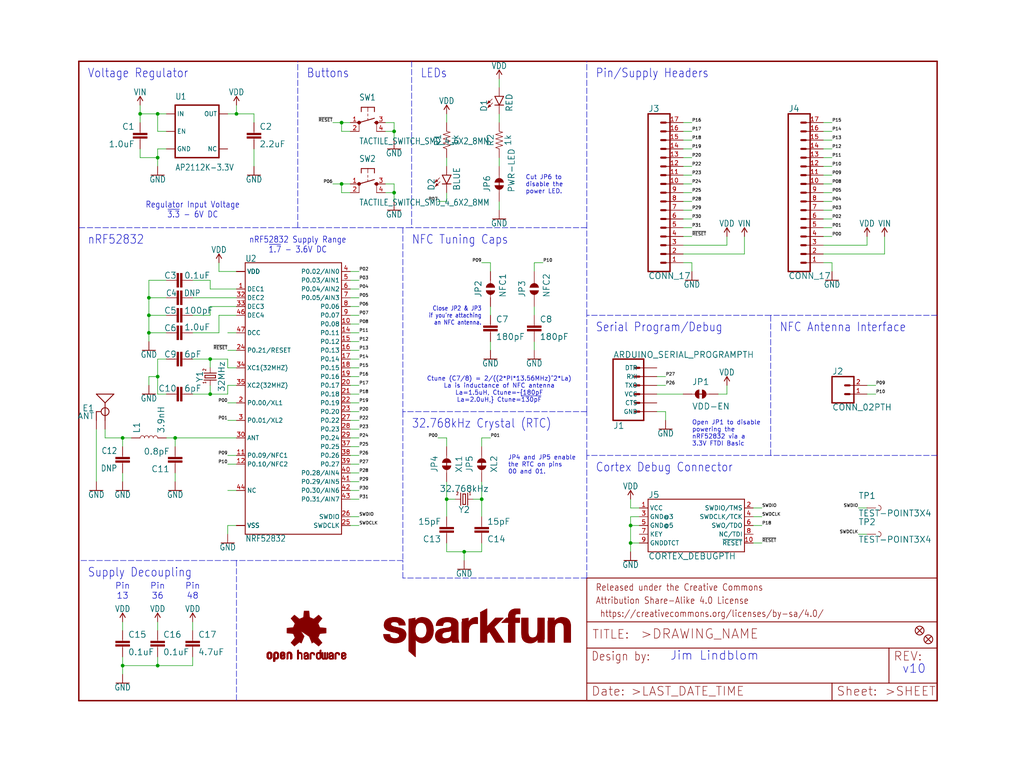
<source format=kicad_sch>
(kicad_sch (version 20211123) (generator eeschema)
  (paper "User" 297.002 224.434)
  (lib_symbols
    (symbol "eagleSchem-eagle-import:0.1UF-0402-16V-10%"
      (property "Reference" "C" (at 1.524 2.921 0))
      (property "Value" "0.1UF-0402-16V-10%" (at 1.524 -2.159 0))
      (symbol "0.1UF-0402-16V-10%_1_0"
        (pin passive line (at 0 5.08 270) (length 2.54) (name "1") (number "1"))
        (pin passive line (at 0 -2.54 90) (length 2.54) (name "2") (number "2"))
      )
    )
    (symbol "eagleSchem-eagle-import:0.8PF-0402-50V-0.1PF"
      (property "Reference" "C" (at 1.524 2.921 0))
      (property "Value" "0.8PF-0402-50V-0.1PF" (at 1.524 -2.159 0))
      (symbol "0.8PF-0402-50V-0.1PF_1_0"
        (pin passive line (at 0 5.08 270) (length 2.54) (name "1") (number "1"))
        (pin passive line (at 0 -2.54 90) (length 2.54) (name "2") (number "2"))
      )
    )
    (symbol "eagleSchem-eagle-import:1.0UF-0402-16V-10%"
      (property "Reference" "C" (at 1.524 2.921 0))
      (property "Value" "1.0UF-0402-16V-10%" (at 1.524 -2.159 0))
      (symbol "1.0UF-0402-16V-10%_1_0"
        (pin passive line (at 0 5.08 270) (length 2.54) (name "1") (number "1"))
        (pin passive line (at 0 -2.54 90) (length 2.54) (name "2") (number "2"))
      )
    )
    (symbol "eagleSchem-eagle-import:1.0UF-0603-16V-10%"
      (property "Reference" "C" (at 1.524 2.921 0))
      (property "Value" "1.0UF-0603-16V-10%" (at 1.524 -2.159 0))
      (symbol "1.0UF-0603-16V-10%_1_0"
        (pin passive line (at 0 5.08 270) (length 2.54) (name "1") (number "1"))
        (pin passive line (at 0 -2.54 90) (length 2.54) (name "2") (number "2"))
      )
    )
    (symbol "eagleSchem-eagle-import:100PF-0402-50V-5%"
      (property "Reference" "C" (at 1.524 2.921 0))
      (property "Value" "100PF-0402-50V-5%" (at 1.524 -2.159 0))
      (symbol "100PF-0402-50V-5%_1_0"
        (pin passive line (at 0 5.08 270) (length 2.54) (name "1") (number "1"))
        (pin passive line (at 0 -2.54 90) (length 2.54) (name "2") (number "2"))
      )
    )
    (symbol "eagleSchem-eagle-import:15PF-0402-50V-5%"
      (property "Reference" "C" (at 1.524 2.921 0))
      (property "Value" "15PF-0402-50V-5%" (at 1.524 -2.159 0))
      (symbol "15PF-0402-50V-5%_1_0"
        (pin passive line (at 0 5.08 270) (length 2.54) (name "1") (number "1"))
        (pin passive line (at 0 -2.54 90) (length 2.54) (name "2") (number "2"))
      )
    )
    (symbol "eagleSchem-eagle-import:180PF-0603-50V-5%"
      (property "Reference" "C" (at 1.524 2.921 0))
      (property "Value" "180PF-0603-50V-5%" (at 1.524 -2.159 0))
      (symbol "180PF-0603-50V-5%_1_0"
        (pin passive line (at 0 5.08 270) (length 2.54) (name "1") (number "1"))
        (pin passive line (at 0 -2.54 90) (length 2.54) (name "2") (number "2"))
      )
    )
    (symbol "eagleSchem-eagle-import:1KOHM-0603-1{slash}10W-1%"
      (property "Reference" "R" (at 0 1.524 0))
      (property "Value" "1KOHM-0603-1{slash}10W-1%" (at 0 -1.524 0))
      (symbol "1KOHM-0603-1{slash}10W-1%_1_0"
        (pin passive line (at -5.08 0 0) (length 2.54) (name "1") (number "1"))
        (pin passive line (at 5.08 0 180) (length 2.54) (name "2") (number "2"))
      )
    )
    (symbol "eagleSchem-eagle-import:2.2UF-0603-10V-20%"
      (property "Reference" "C" (at 1.524 2.921 0))
      (property "Value" "2.2UF-0603-10V-20%" (at 1.524 -2.159 0))
      (symbol "2.2UF-0603-10V-20%_1_0"
        (pin passive line (at 0 5.08 270) (length 2.54) (name "1") (number "1"))
        (pin passive line (at 0 -2.54 90) (length 2.54) (name "2") (number "2"))
      )
    )
    (symbol "eagleSchem-eagle-import:4.7UF0603"
      (property "Reference" "C" (at 1.524 2.921 0))
      (property "Value" "4.7UF0603" (at 1.524 -2.159 0))
      (symbol "4.7UF0603_1_0"
        (pin passive line (at 0 5.08 270) (length 2.54) (name "1") (number "1"))
        (pin passive line (at 0 -2.54 90) (length 2.54) (name "2") (number "2"))
      )
    )
    (symbol "eagleSchem-eagle-import:6PF-0402-50V-0.5%"
      (property "Reference" "C" (at 1.524 2.921 0))
      (property "Value" "6PF-0402-50V-0.5%" (at 1.524 -2.159 0))
      (symbol "6PF-0402-50V-0.5%_1_0"
        (pin passive line (at 0 5.08 270) (length 2.54) (name "1") (number "1"))
        (pin passive line (at 0 -2.54 90) (length 2.54) (name "2") (number "2"))
      )
    )
    (symbol "eagleSchem-eagle-import:ANTENNA-GROUNDEDTRACE-15.2MM"
      (property "Reference" "E" (at 3.048 -5.08 0))
      (property "Value" "ANTENNA-GROUNDEDTRACE-15.2MM" (at 3.048 -7.366 0))
      (symbol "ANTENNA-GROUNDEDTRACE-15.2MM_1_0"
        (pin bidirectional line (at 0 -10.16 90) (length 2.54) (name "SIGNAL") (number "ANT"))
        (pin bidirectional line (at 2.54 -10.16 90) (length 2.54) (name "GND") (number "GND"))
      )
    )
    (symbol "eagleSchem-eagle-import:ARDUINO_SERIAL_PROGRAMPTH"
      (property "Reference" "J" (at -7.62 10.668 0))
      (property "Value" "ARDUINO_SERIAL_PROGRAMPTH" (at -7.62 -9.906 0))
      (symbol "ARDUINO_SERIAL_PROGRAMPTH_1_0"
        (pin passive line (at 5.08 -5.08 180) (length 5.08) (name "DTR") (number "1"))
        (pin passive line (at 5.08 -2.54 180) (length 5.08) (name "RXI") (number "2"))
        (pin passive line (at 5.08 0 180) (length 5.08) (name "TXO") (number "3"))
        (pin passive line (at 5.08 2.54 180) (length 5.08) (name "VCC") (number "4"))
        (pin passive line (at 5.08 5.08 180) (length 5.08) (name "CTS") (number "5"))
        (pin passive line (at 5.08 7.62 180) (length 5.08) (name "GND") (number "6"))
      )
    )
    (symbol "eagleSchem-eagle-import:CAP0402"
      (property "Reference" "C" (at 1.524 2.921 0))
      (property "Value" "CAP0402" (at 1.524 -2.159 0))
      (symbol "CAP0402_1_0"
        (pin passive line (at 0 5.08 270) (length 2.54) (name "1") (number "1"))
        (pin passive line (at 0 -2.54 90) (length 2.54) (name "2") (number "2"))
      )
    )
    (symbol "eagleSchem-eagle-import:CONN_02PTH"
      (property "Reference" "J" (at -2.54 5.588 0))
      (property "Value" "CONN_02PTH" (at -2.54 -4.826 0))
      (symbol "CONN_02PTH_1_0"
        (pin passive line (at 7.62 0 180) (length 5.08) (name "1") (number "1"))
        (pin passive line (at 7.62 2.54 180) (length 5.08) (name "2") (number "2"))
      )
    )
    (symbol "eagleSchem-eagle-import:CONN_17"
      (property "Reference" "J" (at 0 23.368 0))
      (property "Value" "CONN_17" (at 0 -25.146 0))
      (symbol "CONN_17_1_0"
        (pin passive line (at 10.16 -20.32 180) (length 5.08) (name "1") (number "1"))
        (pin passive line (at 10.16 2.54 180) (length 5.08) (name "10") (number "10"))
        (pin passive line (at 10.16 5.08 180) (length 5.08) (name "11") (number "11"))
        (pin passive line (at 10.16 7.62 180) (length 5.08) (name "12") (number "12"))
        (pin passive line (at 10.16 10.16 180) (length 5.08) (name "13") (number "13"))
        (pin passive line (at 10.16 12.7 180) (length 5.08) (name "14") (number "14"))
        (pin passive line (at 10.16 15.24 180) (length 5.08) (name "15") (number "15"))
        (pin passive line (at 10.16 17.78 180) (length 5.08) (name "16") (number "16"))
        (pin passive line (at 10.16 20.32 180) (length 5.08) (name "17") (number "17"))
        (pin passive line (at 10.16 -17.78 180) (length 5.08) (name "2") (number "2"))
        (pin passive line (at 10.16 -15.24 180) (length 5.08) (name "3") (number "3"))
        (pin passive line (at 10.16 -12.7 180) (length 5.08) (name "4") (number "4"))
        (pin passive line (at 10.16 -10.16 180) (length 5.08) (name "5") (number "5"))
        (pin passive line (at 10.16 -7.62 180) (length 5.08) (name "6") (number "6"))
        (pin passive line (at 10.16 -5.08 180) (length 5.08) (name "7") (number "7"))
        (pin passive line (at 10.16 -2.54 180) (length 5.08) (name "8") (number "8"))
        (pin passive line (at 10.16 0 180) (length 5.08) (name "9") (number "9"))
      )
    )
    (symbol "eagleSchem-eagle-import:CORTEX_DEBUGPTH"
      (property "Reference" "J" (at -12.7 7.874 0))
      (property "Value" "CORTEX_DEBUGPTH" (at -12.7 -9.906 0))
      (symbol "CORTEX_DEBUGPTH_1_0"
        (pin bidirectional line (at -15.24 5.08 0) (length 2.54) (name "VCC") (number "1"))
        (pin bidirectional line (at 17.78 -5.08 180) (length 2.54) (name "~{RESET}") (number "10"))
        (pin bidirectional line (at 17.78 5.08 180) (length 2.54) (name "SWDIO/TMS") (number "2"))
        (pin bidirectional line (at -15.24 2.54 0) (length 2.54) (name "GND@3") (number "3"))
        (pin bidirectional line (at 17.78 2.54 180) (length 2.54) (name "SWDCLK/TCK") (number "4"))
        (pin bidirectional line (at -15.24 0 0) (length 2.54) (name "GND@5") (number "5"))
        (pin bidirectional line (at 17.78 0 180) (length 2.54) (name "SWO/TDO") (number "6"))
        (pin bidirectional line (at -15.24 -2.54 0) (length 2.54) (name "KEY") (number "7"))
        (pin bidirectional line (at 17.78 -2.54 180) (length 2.54) (name "NC/TDI") (number "8"))
        (pin bidirectional line (at -15.24 -5.08 0) (length 2.54) (name "GNDDTCT") (number "9"))
      )
    )
    (symbol "eagleSchem-eagle-import:CRYSTAL-32.768KHZSMD-3.2X1.5"
      (property "Reference" "Y" (at 0 2.032 0))
      (property "Value" "CRYSTAL-32.768KHZSMD-3.2X1.5" (at 0 -2.032 0))
      (symbol "CRYSTAL-32.768KHZSMD-3.2X1.5_1_0"
        (text "1" (at -2.159 -1.143 0) (effects (font (size 0.8636 0.734)) (justify left bottom)))
        (text "2" (at 1.524 -1.143 0) (effects (font (size 0.8636 0.734)) (justify left bottom)))
        (pin passive line (at -2.54 0 0) (length 0) (name "1") (number "P$1"))
        (pin passive line (at 2.54 0 180) (length 0) (name "2") (number "P$2"))
      )
    )
    (symbol "eagleSchem-eagle-import:CRYSTAL-32MHZ-SMD-2.0X1.6MM"
      (property "Reference" "Y" (at 0 2.032 0))
      (property "Value" "CRYSTAL-32MHZ-SMD-2.0X1.6MM" (at 0 -2.032 0))
      (symbol "CRYSTAL-32MHZ-SMD-2.0X1.6MM_1_0"
        (text "1" (at -2.159 -1.143 0) (effects (font (size 0.8636 0.734)) (justify left bottom)))
        (text "2" (at 1.524 -1.143 0) (effects (font (size 0.8636 0.734)) (justify left bottom)))
        (pin passive line (at -2.54 0 0) (length 0) (name "1") (number "1"))
        (pin passive line (at 2.54 0 180) (length 0) (name "2") (number "3"))
      )
    )
    (symbol "eagleSchem-eagle-import:FIDUCIALUFIDUCIAL")
    (symbol "eagleSchem-eagle-import:FRAME-LETTER"
      (symbol "FRAME-LETTER_2_0"
        (text " https://creativecommons.org/licenses/by-sa/4.0/" (at 2.54 24.13 0) (effects (font (size 1.9304 1.6408)) (justify left bottom)))
        (text ">DRAWING_NAME" (at 15.494 17.78 0) (effects (font (size 2.7432 2.7432)) (justify left bottom)))
        (text ">LAST_DATE_TIME" (at 12.7 1.27 0) (effects (font (size 2.54 2.54)) (justify left bottom)))
        (text ">SHEET" (at 86.36 1.27 0) (effects (font (size 2.54 2.54)) (justify left bottom)))
        (text "Attribution Share-Alike 4.0 License" (at 2.54 27.94 0) (effects (font (size 1.9304 1.6408)) (justify left bottom)))
        (text "Date:" (at 1.27 1.27 0) (effects (font (size 2.54 2.54)) (justify left bottom)))
        (text "Design by:" (at 1.27 11.43 0) (effects (font (size 2.54 2.159)) (justify left bottom)))
        (text "Released under the Creative Commons" (at 2.54 31.75 0) (effects (font (size 1.9304 1.6408)) (justify left bottom)))
        (text "REV:" (at 88.9 11.43 0) (effects (font (size 2.54 2.54)) (justify left bottom)))
        (text "Sheet:" (at 72.39 1.27 0) (effects (font (size 2.54 2.54)) (justify left bottom)))
        (text "TITLE:" (at 1.524 17.78 0) (effects (font (size 2.54 2.54)) (justify left bottom)))
      )
    )
    (symbol "eagleSchem-eagle-import:GND" (power)
      (property "Value" "GND" (at 0 -0.254 0))
      (symbol "GND_1_0"
        (pin power_in line (at 0 2.54 270) (length 2.54) (name "GND") (number "1"))
      )
    )
    (symbol "eagleSchem-eagle-import:INDUCTOR-0402-3.9NH"
      (property "Reference" "L" (at 1.27 2.54 0))
      (property "Value" "INDUCTOR-0402-3.9NH" (at 1.27 -2.54 0))
      (symbol "INDUCTOR-0402-3.9NH_1_0"
        (pin passive line (at 0 5.08 270) (length 2.54) (name "1") (number "1"))
        (pin passive line (at 0 -5.08 90) (length 2.54) (name "2") (number "2"))
      )
    )
    (symbol "eagleSchem-eagle-import:JUMPER-PAD-2-NC_BY_TRACE"
      (property "Reference" "JP" (at -2.54 2.54 0))
      (property "Value" "JUMPER-PAD-2-NC_BY_TRACE" (at -2.54 -2.54 0))
      (symbol "JUMPER-PAD-2-NC_BY_TRACE_1_0"
        (pin passive line (at -5.08 0 0) (length 2.54) (name "1") (number "1"))
        (pin passive line (at 5.08 0 180) (length 2.54) (name "2") (number "2"))
      )
    )
    (symbol "eagleSchem-eagle-import:JUMPER-SMT_2_NC_TRACE_SILK"
      (property "Reference" "JP" (at -2.54 2.54 0))
      (property "Value" "JUMPER-SMT_2_NC_TRACE_SILK" (at -2.54 -2.54 0))
      (symbol "JUMPER-SMT_2_NC_TRACE_SILK_1_0"
        (pin passive line (at -5.08 0 0) (length 2.54) (name "1") (number "1"))
        (pin passive line (at 5.08 0 180) (length 2.54) (name "2") (number "2"))
      )
    )
    (symbol "eagleSchem-eagle-import:JUMPER-SMT_2_NO_SILK"
      (property "Reference" "JP" (at -2.54 2.54 0))
      (property "Value" "JUMPER-SMT_2_NO_SILK" (at -2.54 -2.54 0))
      (symbol "JUMPER-SMT_2_NO_SILK_1_0"
        (pin passive line (at -5.08 0 0) (length 2.54) (name "1") (number "1"))
        (pin passive line (at 5.08 0 180) (length 2.54) (name "2") (number "2"))
      )
    )
    (symbol "eagleSchem-eagle-import:LED-BLUE0603"
      (property "Reference" "D" (at -3.429 -4.572 90))
      (property "Value" "LED-BLUE0603" (at 1.905 -4.572 90))
      (symbol "LED-BLUE0603_1_0"
        (pin passive line (at 0 2.54 270) (length 2.54) (name "A") (number "A"))
        (pin passive line (at 0 -5.08 90) (length 2.54) (name "C") (number "C"))
      )
    )
    (symbol "eagleSchem-eagle-import:LED-RED0603"
      (property "Reference" "D" (at -3.429 -4.572 90))
      (property "Value" "LED-RED0603" (at 1.905 -4.572 90))
      (symbol "LED-RED0603_1_0"
        (pin passive line (at 0 2.54 270) (length 2.54) (name "A") (number "A"))
        (pin passive line (at 0 -5.08 90) (length 2.54) (name "C") (number "C"))
      )
    )
    (symbol "eagleSchem-eagle-import:NRF52832"
      (property "Reference" "U" (at -15.24 38.354 0))
      (property "Value" "NRF52832" (at -15.24 -40.894 0))
      (symbol "NRF52832_1_0"
        (pin bidirectional line (at -17.78 30.48 0) (length 2.54) (name "DEC1") (number "1"))
        (pin bidirectional line (at 15.24 20.32 180) (length 2.54) (name "P0.08") (number "10"))
        (pin bidirectional line (at -17.78 -17.78 0) (length 2.54) (name "P0.09/NFC1") (number "11"))
        (pin bidirectional line (at -17.78 -20.32 0) (length 2.54) (name "P0.10/NFC2") (number "12"))
        (pin bidirectional line (at -17.78 35.56 0) (length 2.54) (name "VDD") (number "13"))
        (pin bidirectional line (at 15.24 17.78 180) (length 2.54) (name "P0.11") (number "14"))
        (pin bidirectional line (at 15.24 15.24 180) (length 2.54) (name "P0.12") (number "15"))
        (pin bidirectional line (at 15.24 12.7 180) (length 2.54) (name "P0.13") (number "16"))
        (pin bidirectional line (at 15.24 10.16 180) (length 2.54) (name "P0.14") (number "17"))
        (pin bidirectional line (at 15.24 7.62 180) (length 2.54) (name "P0.15") (number "18"))
        (pin bidirectional line (at 15.24 5.08 180) (length 2.54) (name "P0.16") (number "19"))
        (pin bidirectional line (at -17.78 -2.54 0) (length 2.54) (name "P0.00/XL1") (number "2"))
        (pin bidirectional line (at 15.24 2.54 180) (length 2.54) (name "P0.17") (number "20"))
        (pin bidirectional line (at 15.24 0 180) (length 2.54) (name "P0.18") (number "21"))
        (pin bidirectional line (at 15.24 -2.54 180) (length 2.54) (name "P0.19") (number "22"))
        (pin bidirectional line (at 15.24 -5.08 180) (length 2.54) (name "P0.20") (number "23"))
        (pin bidirectional line (at -17.78 12.7 0) (length 2.54) (name "P0.21/RESET") (number "24"))
        (pin bidirectional line (at 15.24 -38.1 180) (length 2.54) (name "SWDCLK") (number "25"))
        (pin bidirectional line (at 15.24 -35.56 180) (length 2.54) (name "SWDIO") (number "26"))
        (pin bidirectional line (at 15.24 -7.62 180) (length 2.54) (name "P0.22") (number "27"))
        (pin bidirectional line (at 15.24 -10.16 180) (length 2.54) (name "P0.23") (number "28"))
        (pin bidirectional line (at 15.24 -12.7 180) (length 2.54) (name "P0.24") (number "29"))
        (pin bidirectional line (at -17.78 -7.62 0) (length 2.54) (name "P0.01/XL2") (number "3"))
        (pin bidirectional line (at -17.78 -12.7 0) (length 2.54) (name "ANT") (number "30"))
        (pin bidirectional line (at -17.78 -38.1 0) (length 2.54) (name "VSS") (number "31"))
        (pin bidirectional line (at -17.78 27.94 0) (length 2.54) (name "DEC2") (number "32"))
        (pin bidirectional line (at -17.78 25.4 0) (length 2.54) (name "DEC3") (number "33"))
        (pin bidirectional line (at -17.78 7.62 0) (length 2.54) (name "XC1(32MHZ)") (number "34"))
        (pin bidirectional line (at -17.78 2.54 0) (length 2.54) (name "XC2(32MHZ)") (number "35"))
        (pin bidirectional line (at -17.78 35.56 0) (length 2.54) (name "VDD") (number "36"))
        (pin bidirectional line (at 15.24 -15.24 180) (length 2.54) (name "P0.25") (number "37"))
        (pin bidirectional line (at 15.24 -17.78 180) (length 2.54) (name "P0.26") (number "38"))
        (pin bidirectional line (at 15.24 -20.32 180) (length 2.54) (name "P0.27") (number "39"))
        (pin bidirectional line (at 15.24 35.56 180) (length 2.54) (name "P0.02/AIN0") (number "4"))
        (pin bidirectional line (at 15.24 -22.86 180) (length 2.54) (name "P0.28/AIN4") (number "40"))
        (pin bidirectional line (at 15.24 -25.4 180) (length 2.54) (name "P0.29/AIN5") (number "41"))
        (pin bidirectional line (at 15.24 -27.94 180) (length 2.54) (name "P0.30/AIN6") (number "42"))
        (pin bidirectional line (at 15.24 -30.48 180) (length 2.54) (name "P0.31/AIN7") (number "43"))
        (pin bidirectional line (at -17.78 -27.94 0) (length 2.54) (name "NC") (number "44"))
        (pin bidirectional line (at -17.78 -38.1 0) (length 2.54) (name "VSS") (number "45"))
        (pin bidirectional line (at -17.78 22.86 0) (length 2.54) (name "DEC4") (number "46"))
        (pin bidirectional line (at -17.78 17.78 0) (length 2.54) (name "DCC") (number "47"))
        (pin bidirectional line (at -17.78 35.56 0) (length 2.54) (name "VDD") (number "48"))
        (pin bidirectional line (at 15.24 33.02 180) (length 2.54) (name "P0.03/AIN1") (number "5"))
        (pin bidirectional line (at 15.24 30.48 180) (length 2.54) (name "P0.04/AIN2") (number "6"))
        (pin bidirectional line (at 15.24 27.94 180) (length 2.54) (name "P0.05/AIN3") (number "7"))
        (pin bidirectional line (at 15.24 25.4 180) (length 2.54) (name "P0.06") (number "8"))
        (pin bidirectional line (at 15.24 22.86 180) (length 2.54) (name "P0.07") (number "9"))
        (pin bidirectional line (at -17.78 -38.1 0) (length 2.54) (name "VSS") (number "EP"))
      )
    )
    (symbol "eagleSchem-eagle-import:OSHW-LOGOMINI")
    (symbol "eagleSchem-eagle-import:SFE_LOGO_NAME.1_INCH")
    (symbol "eagleSchem-eagle-import:SWITCH_SPST_4_PINRECT"
      (property "Reference" "SW" (at -2.54 6.35 0))
      (property "Value" "SWITCH_SPST_4_PINRECT" (at -2.54 -6.35 0))
      (symbol "SWITCH_SPST_4_PINRECT_1_0"
        (pin passive line (at -5.08 0 0) (length 2.54) (name "1") (number "1"))
        (pin passive line (at -5.08 -2.54 0) (length 2.54) (name "2") (number "2"))
        (pin passive line (at 5.08 0 180) (length 2.54) (name "3") (number "3"))
        (pin passive line (at 5.08 -2.54 180) (length 2.54) (name "4") (number "4"))
      )
    )
    (symbol "eagleSchem-eagle-import:TEST-POINT3X4"
      (property "Reference" "TP" (at -2.54 2.54 0))
      (property "Value" "TEST-POINT3X4" (at -2.54 -2.54 0))
      (symbol "TEST-POINT3X4_1_0"
        (pin bidirectional line (at 0 0 180) (length 0) (name "1") (number "P$1"))
      )
    )
    (symbol "eagleSchem-eagle-import:VDD" (power)
      (property "Value" "VDD" (at 0 2.794 0))
      (symbol "VDD_1_0"
        (pin power_in line (at 0 0 90) (length 2.54) (name "VDD") (number "1"))
      )
    )
    (symbol "eagleSchem-eagle-import:VIN" (power)
      (property "Value" "VIN" (at 0 2.794 0))
      (symbol "VIN_1_0"
        (pin power_in line (at 0 0 90) (length 2.54) (name "VIN") (number "1"))
      )
    )
    (symbol "eagleSchem-eagle-import:V_REG_AP2112K-3.3V"
      (property "Reference" "U" (at -7.62 9.144 0))
      (property "Value" "V_REG_AP2112K-3.3V" (at -7.62 -11.43 0))
      (symbol "V_REG_AP2112K-3.3V_1_0"
        (pin input line (at -10.16 5.08 0) (length 2.54) (name "IN") (number "1"))
        (pin input line (at -10.16 -5.08 0) (length 2.54) (name "GND") (number "2"))
        (pin input line (at -10.16 0 0) (length 2.54) (name "EN") (number "3"))
        (pin input line (at 7.62 -5.08 180) (length 2.54) (name "NC") (number "4"))
        (pin passive line (at 7.62 5.08 180) (length 2.54) (name "OUT") (number "5"))
      )
    )
  )
  (junction (at 45.72 193.04))
  (junction (at 134.62 160.02))
  (junction (at 43.18 91.44))
  (junction (at 35.56 127))
  (junction (at 45.72 109.22))
  (junction (at 68.58 33.02))
  (junction (at 139.7 144.78))
  (junction (at 50.8 127))
  (junction (at 45.72 45.72))
  (junction (at 35.56 193.04))
  (junction (at 182.88 157.48))
  (junction (at 99.06 53.34))
  (junction (at 40.64 33.02))
  (junction (at 114.3 55.88))
  (junction (at 45.72 33.02))
  (junction (at 43.18 86.36))
  (junction (at 99.06 35.56))
  (junction (at 114.3 38.1))
  (junction (at 129.54 144.78))
  (junction (at 60.96 114.3))
  (junction (at 43.18 96.52))
  (junction (at 60.96 104.14))
  (junction (at 182.88 152.4))
  (polyline (pts (xy 223.52 132.08) (xy 170.18 132.08)))
  (wire (pts (xy 101.6 116.84) (xy 104.14 116.84)))
  (wire (pts (xy 210.82 71.12) (xy 210.82 68.58)))
  (wire (pts (xy 101.6 129.54) (xy 104.14 129.54)))
  (polyline (pts (xy 170.18 119.38) (xy 170.18 91.44)))
  (wire (pts (xy 101.6 93.98) (xy 104.14 93.98)))
  (wire (pts (xy 68.58 111.76) (xy 66.04 111.76)))
  (wire (pts (xy 241.3 45.72) (xy 238.76 45.72)))
  (wire (pts (xy 43.18 86.36) (xy 43.18 91.44)))
  (wire (pts (xy 129.54 160.02) (xy 129.54 157.48)))
  (polyline (pts (xy 68.58 162.56) (xy 68.58 203.2)))
  (wire (pts (xy 35.56 195.58) (xy 35.56 193.04)))
  (wire (pts (xy 129.54 149.86) (xy 129.54 144.78)))
  (wire (pts (xy 68.58 134.62) (xy 66.04 134.62)))
  (polyline (pts (xy 271.78 91.44) (xy 223.52 91.44)))
  (wire (pts (xy 101.6 104.14) (xy 104.14 104.14)))
  (wire (pts (xy 251.46 71.12) (xy 238.76 71.12)))
  (wire (pts (xy 198.12 76.2) (xy 200.66 76.2)))
  (polyline (pts (xy 223.52 91.44) (xy 170.18 91.44)))
  (wire (pts (xy 142.24 101.6) (xy 142.24 99.06)))
  (wire (pts (xy 68.58 116.84) (xy 66.04 116.84)))
  (wire (pts (xy 190.5 111.76) (xy 193.04 111.76)))
  (wire (pts (xy 144.78 60.96) (xy 144.78 58.42)))
  (wire (pts (xy 101.6 106.68) (xy 104.14 106.68)))
  (wire (pts (xy 241.3 38.1) (xy 238.76 38.1)))
  (polyline (pts (xy 170.18 167.64) (xy 170.18 132.08)))
  (wire (pts (xy 68.58 33.02) (xy 73.66 33.02)))
  (wire (pts (xy 144.78 35.56) (xy 144.78 33.02)))
  (wire (pts (xy 66.04 106.68) (xy 66.04 104.14)))
  (wire (pts (xy 101.6 91.44) (xy 104.14 91.44)))
  (wire (pts (xy 185.42 152.4) (xy 182.88 152.4)))
  (wire (pts (xy 101.6 78.74) (xy 104.14 78.74)))
  (wire (pts (xy 63.5 91.44) (xy 63.5 96.52)))
  (wire (pts (xy 101.6 38.1) (xy 99.06 38.1)))
  (wire (pts (xy 198.12 68.58) (xy 200.66 68.58)))
  (wire (pts (xy 241.3 40.64) (xy 238.76 40.64)))
  (polyline (pts (xy 170.18 167.64) (xy 116.84 167.64)))
  (wire (pts (xy 45.72 45.72) (xy 45.72 48.26)))
  (wire (pts (xy 35.56 139.7) (xy 35.56 137.16)))
  (wire (pts (xy 55.88 104.14) (xy 60.96 104.14)))
  (wire (pts (xy 40.64 45.72) (xy 45.72 45.72)))
  (wire (pts (xy 241.3 55.88) (xy 238.76 55.88)))
  (wire (pts (xy 182.88 152.4) (xy 182.88 157.48)))
  (wire (pts (xy 241.3 50.8) (xy 238.76 50.8)))
  (wire (pts (xy 48.26 81.28) (xy 43.18 81.28)))
  (wire (pts (xy 35.56 193.04) (xy 45.72 193.04)))
  (wire (pts (xy 68.58 132.08) (xy 66.04 132.08)))
  (wire (pts (xy 35.56 129.54) (xy 35.56 127)))
  (wire (pts (xy 198.12 60.96) (xy 200.66 60.96)))
  (wire (pts (xy 182.88 147.32) (xy 182.88 144.78)))
  (wire (pts (xy 198.12 55.88) (xy 200.66 55.88)))
  (wire (pts (xy 251.46 71.12) (xy 251.46 68.58)))
  (wire (pts (xy 129.54 129.54) (xy 129.54 127)))
  (wire (pts (xy 27.94 139.7) (xy 27.94 124.46)))
  (wire (pts (xy 238.76 60.96) (xy 241.3 60.96)))
  (wire (pts (xy 38.1 127) (xy 35.56 127)))
  (wire (pts (xy 101.6 81.28) (xy 104.14 81.28)))
  (wire (pts (xy 142.24 76.2) (xy 139.7 76.2)))
  (polyline (pts (xy 119.38 66.04) (xy 116.84 66.04)))
  (wire (pts (xy 48.26 38.1) (xy 45.72 38.1)))
  (wire (pts (xy 142.24 78.74) (xy 142.24 76.2)))
  (wire (pts (xy 218.44 157.48) (xy 220.98 157.48)))
  (wire (pts (xy 99.06 35.56) (xy 96.52 35.56)))
  (wire (pts (xy 66.04 111.76) (xy 66.04 114.3)))
  (wire (pts (xy 30.48 127) (xy 30.48 124.46)))
  (wire (pts (xy 66.04 152.4) (xy 66.04 154.94)))
  (wire (pts (xy 40.64 33.02) (xy 40.64 30.48)))
  (wire (pts (xy 215.9 73.66) (xy 215.9 68.58)))
  (wire (pts (xy 154.94 101.6) (xy 154.94 99.06)))
  (wire (pts (xy 45.72 104.14) (xy 45.72 109.22)))
  (wire (pts (xy 198.12 43.18) (xy 200.66 43.18)))
  (wire (pts (xy 238.76 76.2) (xy 241.3 76.2)))
  (wire (pts (xy 101.6 119.38) (xy 104.14 119.38)))
  (wire (pts (xy 251.46 147.32) (xy 248.92 147.32)))
  (wire (pts (xy 200.66 76.2) (xy 200.66 78.74)))
  (wire (pts (xy 190.5 114.3) (xy 198.12 114.3)))
  (polyline (pts (xy 170.18 66.04) (xy 170.18 17.78)))
  (wire (pts (xy 68.58 33.02) (xy 68.58 30.48)))
  (wire (pts (xy 129.54 45.72) (xy 129.54 48.26)))
  (wire (pts (xy 68.58 86.36) (xy 55.88 86.36)))
  (wire (pts (xy 198.12 35.56) (xy 200.66 35.56)))
  (wire (pts (xy 139.7 160.02) (xy 134.62 160.02)))
  (polyline (pts (xy 271.78 132.08) (xy 223.52 132.08)))
  (wire (pts (xy 35.56 193.04) (xy 35.56 190.5)))
  (wire (pts (xy 154.94 76.2) (xy 157.48 76.2)))
  (wire (pts (xy 198.12 53.34) (xy 200.66 53.34)))
  (polyline (pts (xy 116.84 167.64) (xy 116.84 162.56)))
  (polyline (pts (xy 170.18 91.44) (xy 170.18 66.04)))
  (wire (pts (xy 101.6 132.08) (xy 104.14 132.08)))
  (wire (pts (xy 55.88 114.3) (xy 60.96 114.3)))
  (wire (pts (xy 55.88 81.28) (xy 60.96 81.28)))
  (wire (pts (xy 55.88 180.34) (xy 55.88 182.88)))
  (wire (pts (xy 154.94 78.74) (xy 154.94 76.2)))
  (wire (pts (xy 63.5 96.52) (xy 55.88 96.52)))
  (wire (pts (xy 101.6 88.9) (xy 104.14 88.9)))
  (polyline (pts (xy 116.84 66.04) (xy 116.84 119.38)))
  (wire (pts (xy 114.3 38.1) (xy 114.3 40.64)))
  (wire (pts (xy 99.06 35.56) (xy 101.6 35.56)))
  (wire (pts (xy 251.46 114.3) (xy 254 114.3)))
  (wire (pts (xy 218.44 149.86) (xy 220.98 149.86)))
  (wire (pts (xy 35.56 180.34) (xy 35.56 182.88)))
  (wire (pts (xy 101.6 86.36) (xy 104.14 86.36)))
  (wire (pts (xy 241.3 35.56) (xy 238.76 35.56)))
  (wire (pts (xy 68.58 78.74) (xy 63.5 78.74)))
  (wire (pts (xy 129.54 139.7) (xy 129.54 144.78)))
  (wire (pts (xy 154.94 88.9) (xy 154.94 91.44)))
  (wire (pts (xy 68.58 106.68) (xy 66.04 106.68)))
  (wire (pts (xy 198.12 40.64) (xy 200.66 40.64)))
  (wire (pts (xy 139.7 144.78) (xy 137.16 144.78)))
  (wire (pts (xy 139.7 144.78) (xy 139.7 139.7)))
  (wire (pts (xy 66.04 33.02) (xy 68.58 33.02)))
  (wire (pts (xy 101.6 109.22) (xy 104.14 109.22)))
  (wire (pts (xy 43.18 109.22) (xy 43.18 111.76)))
  (polyline (pts (xy 223.52 132.08) (xy 223.52 91.44)))
  (wire (pts (xy 60.96 104.14) (xy 66.04 104.14)))
  (wire (pts (xy 101.6 144.78) (xy 104.14 144.78)))
  (wire (pts (xy 101.6 142.24) (xy 104.14 142.24)))
  (wire (pts (xy 256.54 73.66) (xy 256.54 68.58)))
  (wire (pts (xy 198.12 71.12) (xy 210.82 71.12)))
  (wire (pts (xy 241.3 66.04) (xy 238.76 66.04)))
  (wire (pts (xy 251.46 111.76) (xy 254 111.76)))
  (wire (pts (xy 45.72 193.04) (xy 55.88 193.04)))
  (wire (pts (xy 99.06 53.34) (xy 96.52 53.34)))
  (wire (pts (xy 198.12 45.72) (xy 200.66 45.72)))
  (wire (pts (xy 68.58 152.4) (xy 66.04 152.4)))
  (wire (pts (xy 185.42 157.48) (xy 182.88 157.48)))
  (wire (pts (xy 43.18 96.52) (xy 43.18 99.06)))
  (wire (pts (xy 48.26 127) (xy 50.8 127)))
  (wire (pts (xy 101.6 137.16) (xy 104.14 137.16)))
  (wire (pts (xy 241.3 76.2) (xy 241.3 78.74)))
  (polyline (pts (xy 170.18 119.38) (xy 116.84 119.38)))
  (polyline (pts (xy 119.38 17.78) (xy 119.38 66.04)))
  (wire (pts (xy 68.58 96.52) (xy 66.04 96.52)))
  (wire (pts (xy 50.8 127) (xy 68.58 127)))
  (wire (pts (xy 43.18 96.52) (xy 48.26 96.52)))
  (wire (pts (xy 101.6 139.7) (xy 104.14 139.7)))
  (wire (pts (xy 60.96 104.14) (xy 60.96 106.68)))
  (wire (pts (xy 238.76 63.5) (xy 241.3 63.5)))
  (wire (pts (xy 101.6 83.82) (xy 104.14 83.82)))
  (wire (pts (xy 101.6 127) (xy 104.14 127)))
  (wire (pts (xy 60.96 81.28) (xy 60.96 83.82)))
  (wire (pts (xy 218.44 152.4) (xy 220.98 152.4)))
  (wire (pts (xy 45.72 43.18) (xy 45.72 45.72)))
  (wire (pts (xy 182.88 149.86) (xy 182.88 152.4)))
  (polyline (pts (xy 170.18 132.08) (xy 170.18 119.38)))
  (wire (pts (xy 114.3 53.34) (xy 114.3 55.88)))
  (wire (pts (xy 144.78 45.72) (xy 144.78 48.26)))
  (wire (pts (xy 198.12 63.5) (xy 200.66 63.5)))
  (wire (pts (xy 114.3 35.56) (xy 114.3 38.1)))
  (wire (pts (xy 45.72 109.22) (xy 45.72 114.3)))
  (wire (pts (xy 198.12 48.26) (xy 200.66 48.26)))
  (wire (pts (xy 40.64 33.02) (xy 40.64 35.56)))
  (wire (pts (xy 48.26 33.02) (xy 45.72 33.02)))
  (wire (pts (xy 111.76 53.34) (xy 114.3 53.34)))
  (wire (pts (xy 129.54 58.42) (xy 127 58.42)))
  (wire (pts (xy 99.06 55.88) (xy 99.06 53.34)))
  (polyline (pts (xy 116.84 119.38) (xy 116.84 162.56)))
  (wire (pts (xy 111.76 35.56) (xy 114.3 35.56)))
  (wire (pts (xy 101.6 96.52) (xy 104.14 96.52)))
  (wire (pts (xy 50.8 129.54) (xy 50.8 127)))
  (wire (pts (xy 45.72 38.1) (xy 45.72 33.02)))
  (wire (pts (xy 111.76 55.88) (xy 114.3 55.88)))
  (wire (pts (xy 210.82 114.3) (xy 210.82 111.76)))
  (wire (pts (xy 55.88 193.04) (xy 55.88 190.5)))
  (wire (pts (xy 241.3 53.34) (xy 238.76 53.34)))
  (wire (pts (xy 241.3 48.26) (xy 238.76 48.26)))
  (wire (pts (xy 139.7 127) (xy 142.24 127)))
  (wire (pts (xy 101.6 55.88) (xy 99.06 55.88)))
  (wire (pts (xy 50.8 139.7) (xy 50.8 137.16)))
  (wire (pts (xy 129.54 144.78) (xy 132.08 144.78)))
  (wire (pts (xy 45.72 33.02) (xy 40.64 33.02)))
  (wire (pts (xy 60.96 83.82) (xy 68.58 83.82)))
  (wire (pts (xy 139.7 157.48) (xy 139.7 160.02)))
  (wire (pts (xy 60.96 114.3) (xy 66.04 114.3)))
  (wire (pts (xy 198.12 66.04) (xy 200.66 66.04)))
  (wire (pts (xy 101.6 121.92) (xy 104.14 121.92)))
  (wire (pts (xy 68.58 121.92) (xy 66.04 121.92)))
  (wire (pts (xy 241.3 43.18) (xy 238.76 43.18)))
  (polyline (pts (xy 86.36 66.04) (xy 86.36 17.78)))
  (wire (pts (xy 139.7 129.54) (xy 139.7 127)))
  (polyline (pts (xy 116.84 162.56) (xy 68.58 162.56)))
  (wire (pts (xy 48.26 43.18) (xy 45.72 43.18)))
  (wire (pts (xy 193.04 119.38) (xy 193.04 121.92)))
  (wire (pts (xy 55.88 91.44) (xy 60.96 91.44)))
  (polyline (pts (xy 170.18 66.04) (xy 119.38 66.04)))
  (wire (pts (xy 43.18 91.44) (xy 43.18 96.52)))
  (wire (pts (xy 241.3 58.42) (xy 238.76 58.42)))
  (wire (pts (xy 134.62 160.02) (xy 129.54 160.02)))
  (wire (pts (xy 129.54 55.88) (xy 129.54 58.42)))
  (wire (pts (xy 129.54 127) (xy 127 127)))
  (wire (pts (xy 208.28 114.3) (xy 210.82 114.3)))
  (wire (pts (xy 48.26 86.36) (xy 43.18 86.36)))
  (wire (pts (xy 73.66 48.26) (xy 73.66 43.18)))
  (wire (pts (xy 60.96 88.9) (xy 68.58 88.9)))
  (wire (pts (xy 48.26 104.14) (xy 45.72 104.14)))
  (wire (pts (xy 48.26 114.3) (xy 45.72 114.3)))
  (wire (pts (xy 144.78 25.4) (xy 144.78 22.86)))
  (wire (pts (xy 198.12 38.1) (xy 200.66 38.1)))
  (wire (pts (xy 101.6 114.3) (xy 104.14 114.3)))
  (wire (pts (xy 139.7 149.86) (xy 139.7 144.78)))
  (wire (pts (xy 101.6 101.6) (xy 104.14 101.6)))
  (wire (pts (xy 68.58 142.24) (xy 66.04 142.24)))
  (wire (pts (xy 198.12 58.42) (xy 200.66 58.42)))
  (wire (pts (xy 101.6 134.62) (xy 104.14 134.62)))
  (wire (pts (xy 101.6 124.46) (xy 104.14 124.46)))
  (wire (pts (xy 198.12 73.66) (xy 215.9 73.66)))
  (wire (pts (xy 101.6 111.76) (xy 104.14 111.76)))
  (wire (pts (xy 68.58 101.6) (xy 66.04 101.6)))
  (polyline (pts (xy 116.84 66.04) (xy 86.36 66.04)))
  (wire (pts (xy 45.72 180.34) (xy 45.72 182.88)))
  (wire (pts (xy 182.88 157.48) (xy 182.88 160.02)))
  (wire (pts (xy 63.5 78.74) (xy 63.5 76.2)))
  (wire (pts (xy 129.54 33.02) (xy 129.54 35.56)))
  (wire (pts (xy 198.12 50.8) (xy 200.66 50.8)))
  (wire (pts (xy 241.3 68.58) (xy 238.76 68.58)))
  (wire (pts (xy 35.56 127) (xy 30.48 127)))
  (wire (pts (xy 185.42 149.86) (xy 182.88 149.86)))
  (wire (pts (xy 40.64 43.18) (xy 40.64 45.72)))
  (wire (pts (xy 99.06 38.1) (xy 99.06 35.56)))
  (wire (pts (xy 101.6 152.4) (xy 104.14 152.4)))
  (wire (pts (xy 111.76 38.1) (xy 114.3 38.1)))
  (wire (pts (xy 142.24 88.9) (xy 142.24 91.44)))
  (wire (pts (xy 251.46 154.94) (xy 248.92 154.94)))
  (wire (pts (xy 43.18 81.28) (xy 43.18 86.36)))
  (wire (pts (xy 99.06 53.34) (xy 101.6 53.34)))
  (wire (pts (xy 60.96 114.3) (xy 60.96 111.76)))
  (wire (pts (xy 190.5 109.22) (xy 193.04 109.22)))
  (wire (pts (xy 45.72 190.5) (xy 45.72 193.04)))
  (wire (pts (xy 45.72 109.22) (xy 43.18 109.22)))
  (polyline (pts (xy 86.36 66.04) (xy 22.86 66.04)))
  (wire (pts (xy 48.26 91.44) (xy 43.18 91.44)))
  (wire (pts (xy 101.6 149.86) (xy 104.14 149.86)))
  (wire (pts (xy 238.76 73.66) (xy 256.54 73.66)))
  (wire (pts (xy 134.62 162.56) (xy 134.62 160.02)))
  (wire (pts (xy 218.44 147.32) (xy 220.98 147.32)))
  (wire (pts (xy 101.6 99.06) (xy 104.14 99.06)))
  (wire (pts (xy 190.5 119.38) (xy 193.04 119.38)))
  (wire (pts (xy 73.66 33.02) (xy 73.66 35.56)))
  (wire (pts (xy 60.96 91.44) (xy 60.96 88.9)))
  (wire (pts (xy 185.42 147.32) (xy 182.88 147.32)))
  (polyline (pts (xy 68.58 162.56) (xy 22.86 162.56)))
  (wire (pts (xy 114.3 55.88) (xy 114.3 58.42)))
  (wire (pts (xy 68.58 91.44) (xy 63.5 91.44)))
  (text "Open JP1 to disable\npowering the\nnRF52832 via a\n3.3V FTDI Basic" (at 200.66 121.92 0) (effects (font (size 1.27 1.27)) (justify left top)))
  (text "Regulator Input Voltage\n~{3.3} - 6V DC~{}" (at 55.88 60.96 180) (effects (font (size 1.778 1.5113))))
  (text "nRF52832" (at 25.4 71.12 180) (effects (font (size 2.54 2.159)) (justify left bottom)))
  (text "Close JP2 & JP3\nif you're attaching\nan NFC antenna." (at 139.7 88.9 0) (effects (font (size 1.27 1.0795)) (justify right top)))
  (text "Jim Lindblom" (at 194.31 191.77 180) (effects (font (size 2.54 2.54)) (justify left bottom)))
  (text "Voltage Regulator" (at 25.4 22.86 180) (effects (font (size 2.54 2.159)) (justify left bottom)))
  (text "nRF52832 Supply Range\n~{1.7} - 3.6V DC~{}" (at 86.36 71.12 180) (effects (font (size 1.778 1.5113))))
  (text "JP4 and JP5 enable\nthe RTC on pins\n00 and 01." (at 147.32 132.08 180) (effects (font (size 1.27 1.27)) (justify left top)))
  (text "Serial Program/Debug" (at 172.72 96.52 180) (effects (font (size 2.54 2.159)) (justify left bottom)))
  (text "Supply Decoupling" (at 25.4 167.64 180) (effects (font (size 2.54 2.159)) (justify left bottom)))
  (text "Buttons" (at 88.9 22.86 180) (effects (font (size 2.54 2.159)) (justify left bottom)))
  (text "32.768kHz Crystal (RTC)" (at 119.38 124.46 180) (effects (font (size 2.54 2.159)) (justify left bottom)))
  (text "Ctune (C7/8) = 2/((2*PI*13.56MHz)^2*La)\nLa is inductance of NFC antenna\nLa=1.5uH, Ctune=~{180pF\nLa=2.0uH,} Ctune=~{130pF}" (at 144.78 109.22 0) (effects (font (size 1.27 1.27)) (justify top)))
  (text "Cut JP6 to\ndisable the\npower LED." (at 152.4 50.8 180) (effects (font (size 1.27 1.27)) (justify left top)))
  (text "LEDs" (at 121.92 22.86 180) (effects (font (size 2.54 2.159)) (justify left bottom)))
  (text "NFC Tuning Caps" (at 119.38 71.12 180) (effects (font (size 2.54 2.159)) (justify left bottom)))
  (text "Pin/Supply Headers" (at 172.72 22.86 180) (effects (font (size 2.54 2.159)) (justify left bottom)))
  (text "Pin\n36" (at 45.72 173.99 180) (effects (font (size 1.778 1.778)) (justify bottom)))
  (text "Pin\n13" (at 35.56 173.99 180) (effects (font (size 1.778 1.778)) (justify bottom)))
  (text "Pin\n48" (at 55.88 173.99 180) (effects (font (size 1.778 1.778)) (justify bottom)))
  (text "Cortex Debug Connector" (at 172.72 137.16 180) (effects (font (size 2.54 2.159)) (justify left bottom)))
  (text "v10" (at 261.62 195.58 180) (effects (font (size 2.54 2.54)) (justify left bottom)))
  (text "NFC Antenna Interface" (at 226.06 96.52 180) (effects (font (size 2.54 2.159)) (justify left bottom)))
  (label "P11" (at 104.14 96.52 0) (effects (font (size 0.889 0.889))))
  (label "P26" (at 193.04 111.76 0) (effects (font (size 0.889 0.889))))
  (label "P07" (at 127 58.42 180) (effects (font (size 0.889 0.889))))
  (label "~{RESET}" (at 66.04 101.6 180) (effects (font (size 0.889 0.889))))
  (label "P08" (at 241.3 53.34 0) (effects (font (size 0.889 0.889))))
  (label "P08" (at 104.14 93.98 0) (effects (font (size 0.889 0.889))))
  (label "P13" (at 241.3 40.64 0) (effects (font (size 0.889 0.889))))
  (label "~{RESET}" (at 200.66 68.58 0) (effects (font (size 0.889 0.889))))
  (label "P14" (at 104.14 104.14 0) (effects (font (size 0.889 0.889))))
  (label "P18" (at 104.14 114.3 0) (effects (font (size 0.889 0.889))))
  (label "P03" (at 241.3 60.96 0) (effects (font (size 0.889 0.889))))
  (label "SWDCLK" (at 104.14 152.4 0) (effects (font (size 0.889 0.889))))
  (label "SWDIO" (at 104.14 149.86 0) (effects (font (size 0.889 0.889))))
  (label "P01" (at 66.04 121.92 180) (effects (font (size 0.889 0.889))))
  (label "P12" (at 104.14 99.06 0) (effects (font (size 0.889 0.889))))
  (label "P00" (at 241.3 68.58 0) (effects (font (size 0.889 0.889))))
  (label "P23" (at 200.66 50.8 0) (effects (font (size 0.889 0.889))))
  (label "P19" (at 104.14 116.84 0) (effects (font (size 0.889 0.889))))
  (label "P01" (at 142.24 127 0) (effects (font (size 0.889 0.889))))
  (label "P31" (at 104.14 144.78 0) (effects (font (size 0.889 0.889))))
  (label "P03" (at 104.14 81.28 0) (effects (font (size 0.889 0.889))))
  (label "P09" (at 66.04 132.08 180) (effects (font (size 0.889 0.889))))
  (label "P24" (at 104.14 127 0) (effects (font (size 0.889 0.889))))
  (label "P16" (at 104.14 109.22 0) (effects (font (size 0.889 0.889))))
  (label "P17" (at 200.66 38.1 0) (effects (font (size 0.889 0.889))))
  (label "P26" (at 104.14 132.08 0) (effects (font (size 0.889 0.889))))
  (label "P22" (at 200.66 48.26 0) (effects (font (size 0.889 0.889))))
  (label "P00" (at 127 127 180) (effects (font (size 0.889 0.889))))
  (label "P23" (at 104.14 124.46 0) (effects (font (size 0.889 0.889))))
  (label "P10" (at 66.04 134.62 180) (effects (font (size 0.889 0.889))))
  (label "P31" (at 200.66 66.04 0) (effects (font (size 0.889 0.889))))
  (label "P01" (at 241.3 66.04 0) (effects (font (size 0.889 0.889))))
  (label "P20" (at 104.14 119.38 0) (effects (font (size 0.889 0.889))))
  (label "P10" (at 241.3 48.26 0) (effects (font (size 0.889 0.889))))
  (label "SWDCLK" (at 220.98 149.86 0) (effects (font (size 0.889 0.889))))
  (label "P27" (at 104.14 134.62 0) (effects (font (size 0.889 0.889))))
  (label "P28" (at 104.14 137.16 0) (effects (font (size 0.889 0.889))))
  (label "P06" (at 96.52 53.34 180) (effects (font (size 0.889 0.889))))
  (label "P09" (at 241.3 50.8 0) (effects (font (size 0.889 0.889))))
  (label "P10" (at 157.48 76.2 0) (effects (font (size 0.889 0.889))))
  (label "P07" (at 104.14 91.44 0) (effects (font (size 0.889 0.889))))
  (label "P20" (at 200.66 45.72 0) (effects (font (size 0.889 0.889))))
  (label "P09" (at 139.7 76.2 180) (effects (font (size 0.889 0.889))))
  (label "P17" (at 104.14 111.76 0) (effects (font (size 0.889 0.889))))
  (label "P29" (at 200.66 60.96 0) (effects (font (size 0.889 0.889))))
  (label "SWDIO" (at 220.98 147.32 0) (effects (font (size 0.889 0.889))))
  (label "P06" (at 104.14 88.9 0) (effects (font (size 0.889 0.889))))
  (label "P18" (at 200.66 40.64 0) (effects (font (size 0.889 0.889))))
  (label "P12" (at 241.3 43.18 0) (effects (font (size 0.889 0.889))))
  (label "P30" (at 104.14 142.24 0) (effects (font (size 0.889 0.889))))
  (label "P25" (at 104.14 129.54 0) (effects (font (size 0.889 0.889))))
  (label "P30" (at 200.66 63.5 0) (effects (font (size 0.889 0.889))))
  (label "P15" (at 104.14 106.68 0) (effects (font (size 0.889 0.889))))
  (label "P24" (at 200.66 53.34 0) (effects (font (size 0.889 0.889))))
  (label "SWDIO" (at 248.92 147.32 180) (effects (font (size 0.889 0.889))))
  (label "P05" (at 104.14 86.36 0) (effects (font (size 0.889 0.889))))
  (label "~{RESET}" (at 96.52 35.56 180) (effects (font (size 0.889 0.889))))
  (label "P14" (at 241.3 38.1 0) (effects (font (size 0.889 0.889))))
  (label "P04" (at 104.14 83.82 0) (effects (font (size 0.889 0.889))))
  (label "P00" (at 66.04 116.84 180) (effects (font (size 0.889 0.889))))
  (label "P27" (at 193.04 109.22 0) (effects (font (size 0.889 0.889))))
  (label "P29" (at 104.14 139.7 0) (effects (font (size 0.889 0.889))))
  (label "P19" (at 200.66 43.18 0) (effects (font (size 0.889 0.889))))
  (label "P25" (at 200.66 55.88 0) (effects (font (size 0.889 0.889))))
  (label "P11" (at 241.3 45.72 0) (effects (font (size 0.889 0.889))))
  (label "P15" (at 241.3 35.56 0) (effects (font (size 0.889 0.889))))
  (label "P18" (at 220.98 152.4 0) (effects (font (size 0.889 0.889))))
  (label "~{RESET}" (at 220.98 157.48 0) (effects (font (size 0.889 0.889))))
  (label "SWDCLK" (at 248.92 154.94 180) (effects (font (size 0.889 0.889))))
  (label "P22" (at 104.14 121.92 0) (effects (font (size 0.889 0.889))))
  (label "P09" (at 254 111.76 0) (effects (font (size 0.889 0.889))))
  (label "P28" (at 200.66 58.42 0) (effects (font (size 0.889 0.889))))
  (label "P13" (at 104.14 101.6 0) (effects (font (size 0.889 0.889))))
  (label "P02" (at 104.14 78.74 0) (effects (font (size 0.889 0.889))))
  (label "P16" (at 200.66 35.56 0) (effects (font (size 0.889 0.889))))
  (label "P02" (at 241.3 63.5 0) (effects (font (size 0.889 0.889))))
  (label "P04" (at 241.3 58.42 0) (effects (font (size 0.889 0.889))))
  (label "P10" (at 254 114.3 0) (effects (font (size 0.889 0.889))))
  (label "P05" (at 241.3 55.88 0) (effects (font (size 0.889 0.889))))
  (symbol (lib_id "eagleSchem-eagle-import:VDD") (at 182.88 144.78 0) (unit 1)
    (property "Reference" "#SUPPLY10" (effects hide))
    (property "Value" "VDD" (at 182.88 141.986 0) (effects (font (size 1.778 1.5113)) (justify bottom)))
    (property "Footprint" "eagleSchem:" (effects hide))
  )
  (symbol (lib_id "eagleSchem-eagle-import:180PF-0603-50V-5%") (at 154.94 96.52 0) (unit 1)
    (property "Reference" "C8" (at 156.464 93.599 0) (effects (font (size 1.778 1.778)) (justify left bottom)))
    (property "Value" "180pF" (at 156.464 98.679 0) (effects (font (size 1.778 1.778)) (justify left bottom)))
    (property "Footprint" "eagleSchem:0603" (effects hide))
  )
  (symbol (lib_id "eagleSchem-eagle-import:0.8PF-0402-50V-0.1PF") (at 50.8 132.08 180) (unit 1)
    (property "Reference" "C11" (at 49.276 135.001 0) (effects (font (size 1.778 1.778)) (justify left bottom)))
    (property "Value" "0.8pF" (at 49.276 129.921 0) (effects (font (size 1.778 1.778)) (justify left bottom)))
    (property "Footprint" "eagleSchem:0402" (effects hide))
  )
  (symbol (lib_id "eagleSchem-eagle-import:GND") (at 114.3 43.18 0) (unit 1)
    (property "Reference" "#GND1" (effects hide))
    (property "Value" "GND" (at 114.3 43.434 0) (effects (font (size 1.778 1.5113)) (justify top)))
    (property "Footprint" "eagleSchem:" (effects hide))
  )
  (symbol (lib_id "eagleSchem-eagle-import:GND") (at 43.18 114.3 0) (unit 1)
    (property "Reference" "#GND11" (effects hide))
    (property "Value" "GND" (at 43.18 114.554 0) (effects (font (size 1.778 1.5113)) (justify top)))
    (property "Footprint" "eagleSchem:" (effects hide))
  )
  (symbol (lib_id "eagleSchem-eagle-import:VDD") (at 210.82 111.76 0) (unit 1)
    (property "Reference" "#SUPPLY4" (effects hide))
    (property "Value" "VDD" (at 210.82 108.966 0) (effects (font (size 1.778 1.5113)) (justify bottom)))
    (property "Footprint" "eagleSchem:" (effects hide))
  )
  (symbol (lib_id "eagleSchem-eagle-import:GND") (at 66.04 157.48 0) (unit 1)
    (property "Reference" "#GND17" (effects hide))
    (property "Value" "GND" (at 66.04 157.734 0) (effects (font (size 1.778 1.5113)) (justify top)))
    (property "Footprint" "eagleSchem:" (effects hide))
  )
  (symbol (lib_id "eagleSchem-eagle-import:GND") (at 200.66 81.28 0) (unit 1)
    (property "Reference" "#GND12" (effects hide))
    (property "Value" "GND" (at 200.66 81.534 0) (effects (font (size 1.778 1.5113)) (justify top)))
    (property "Footprint" "eagleSchem:" (effects hide))
  )
  (symbol (lib_id "eagleSchem-eagle-import:0.1UF-0402-16V-10%") (at 35.56 187.96 0) (unit 1)
    (property "Reference" "C15" (at 37.084 185.039 0) (effects (font (size 1.778 1.778)) (justify left bottom)))
    (property "Value" "0.1uF" (at 37.084 190.119 0) (effects (font (size 1.778 1.778)) (justify left bottom)))
    (property "Footprint" "eagleSchem:0402" (effects hide))
  )
  (symbol (lib_id "eagleSchem-eagle-import:4.7UF0603") (at 55.88 187.96 0) (unit 1)
    (property "Reference" "C17" (at 57.404 185.039 0) (effects (font (size 1.778 1.778)) (justify left bottom)))
    (property "Value" "4.7uF" (at 57.404 190.119 0) (effects (font (size 1.778 1.778)) (justify left bottom)))
    (property "Footprint" "eagleSchem:0603" (effects hide))
  )
  (symbol (lib_id "eagleSchem-eagle-import:JUMPER-PAD-2-NC_BY_TRACE") (at 144.78 53.34 90) (unit 1)
    (property "Reference" "JP6" (at 142.24 55.88 0) (effects (font (size 1.778 1.778)) (justify left bottom)))
    (property "Value" "PWR-LED" (at 147.32 55.88 0) (effects (font (size 1.778 1.778)) (justify left top)))
    (property "Footprint" "eagleSchem:PAD-JUMPER-2-NC_BY_TRACE_YES_SILK" (effects hide))
  )
  (symbol (lib_id "eagleSchem-eagle-import:V_REG_AP2112K-3.3V") (at 58.42 38.1 0) (unit 1)
    (property "Reference" "U1" (at 50.8 28.956 0) (effects (font (size 1.778 1.5113)) (justify left bottom)))
    (property "Value" "AP2112K-3.3V" (at 50.8 49.53 0) (effects (font (size 1.778 1.5113)) (justify left bottom)))
    (property "Footprint" "eagleSchem:SOT23-5" (effects hide))
  )
  (symbol (lib_id "eagleSchem-eagle-import:GND") (at 241.3 81.28 0) (unit 1)
    (property "Reference" "#GND13" (effects hide))
    (property "Value" "GND" (at 241.3 81.534 0) (effects (font (size 1.778 1.5113)) (justify top)))
    (property "Footprint" "eagleSchem:" (effects hide))
  )
  (symbol (lib_id "eagleSchem-eagle-import:0.1UF-0402-16V-10%") (at 53.34 81.28 90) (unit 1)
    (property "Reference" "C3" (at 51.308 80.899 90) (effects (font (size 1.778 1.778)) (justify left top)))
    (property "Value" "0.1uF" (at 53.34 80.899 90) (effects (font (size 1.778 1.778)) (justify right top)))
    (property "Footprint" "eagleSchem:0402" (effects hide))
  )
  (symbol (lib_id "eagleSchem-eagle-import:1.0UF-0402-16V-10%") (at 53.34 96.52 90) (mirror x) (unit 1)
    (property "Reference" "C6" (at 51.308 96.139 90) (effects (font (size 1.778 1.778)) (justify left bottom)))
    (property "Value" "1.0uF" (at 53.34 95.885 90) (effects (font (size 1.778 1.778)) (justify right bottom)))
    (property "Footprint" "eagleSchem:0402" (effects hide))
  )
  (symbol (lib_id "eagleSchem-eagle-import:VDD") (at 63.5 76.2 0) (unit 1)
    (property "Reference" "#SUPPLY5" (effects hide))
    (property "Value" "VDD" (at 63.5 73.406 0) (effects (font (size 1.778 1.5113)) (justify bottom)))
    (property "Footprint" "eagleSchem:" (effects hide))
  )
  (symbol (lib_id "eagleSchem-eagle-import:VIN") (at 40.64 30.48 0) (unit 1)
    (property "Reference" "#SUPPLY1" (effects hide))
    (property "Value" "VIN" (at 40.64 27.686 0) (effects (font (size 1.778 1.5113)) (justify bottom)))
    (property "Footprint" "eagleSchem:" (effects hide))
  )
  (symbol (lib_id "eagleSchem-eagle-import:GND") (at 73.66 50.8 0) (unit 1)
    (property "Reference" "#GND3" (effects hide))
    (property "Value" "GND" (at 73.66 51.054 0) (effects (font (size 1.778 1.5113)) (justify top)))
    (property "Footprint" "eagleSchem:" (effects hide))
  )
  (symbol (lib_id "eagleSchem-eagle-import:VDD") (at 68.58 30.48 0) (unit 1)
    (property "Reference" "#SUPPLY2" (effects hide))
    (property "Value" "VDD" (at 68.58 27.686 0) (effects (font (size 1.778 1.5113)) (justify bottom)))
    (property "Footprint" "eagleSchem:" (effects hide))
  )
  (symbol (lib_id "eagleSchem-eagle-import:CRYSTAL-32.768KHZSMD-3.2X1.5") (at 134.62 144.78 180) (unit 1)
    (property "Reference" "Y2" (at 134.62 146.812 0) (effects (font (size 1.778 1.778)) (justify bottom)))
    (property "Value" "32.768kHz" (at 134.62 142.748 0) (effects (font (size 1.778 1.778)) (justify top)))
    (property "Footprint" "eagleSchem:CRYSTAL-SMD-3.2X1.5MM" (effects hide))
  )
  (symbol (lib_id "eagleSchem-eagle-import:CONN_17") (at 187.96 55.88 0) (unit 1)
    (property "Reference" "J3" (at 187.96 32.512 0) (effects (font (size 1.778 1.778)) (justify left bottom)))
    (property "Value" "CONN_17" (at 187.96 81.026 0) (effects (font (size 1.778 1.778)) (justify left bottom)))
    (property "Footprint" "eagleSchem:1X17" (effects hide))
  )
  (symbol (lib_id "eagleSchem-eagle-import:100PF-0402-50V-5%") (at 53.34 91.44 90) (unit 1)
    (property "Reference" "C5" (at 51.308 91.059 90) (effects (font (size 1.778 1.778)) (justify left top)))
    (property "Value" "100pF" (at 53.34 91.059 90) (effects (font (size 1.778 1.778)) (justify right top)))
    (property "Footprint" "eagleSchem:0402" (effects hide))
  )
  (symbol (lib_id "eagleSchem-eagle-import:GND") (at 35.56 142.24 0) (unit 1)
    (property "Reference" "#GND15" (effects hide))
    (property "Value" "GND" (at 35.56 142.494 0) (effects (font (size 1.778 1.5113)) (justify top)))
    (property "Footprint" "eagleSchem:" (effects hide))
  )
  (symbol (lib_id "eagleSchem-eagle-import:VDD") (at 251.46 68.58 0) (unit 1)
    (property "Reference" "#SUPPLY8" (effects hide))
    (property "Value" "VDD" (at 251.46 65.786 0) (effects (font (size 1.778 1.5113)) (justify bottom)))
    (property "Footprint" "eagleSchem:" (effects hide))
  )
  (symbol (lib_id "eagleSchem-eagle-import:ANTENNA-GROUNDEDTRACE-15.2MM") (at 30.48 114.3 0) (mirror y) (unit 1)
    (property "Reference" "E1" (at 27.432 119.38 0) (effects (font (size 1.778 1.778)) (justify left bottom)))
    (property "Value" "ANT" (at 27.432 121.666 0) (effects (font (size 1.778 1.778)) (justify left bottom)))
    (property "Footprint" "eagleSchem:TRACE_ANTENNA_2.4GHZ_15.2MM" (effects hide))
  )
  (symbol (lib_id "eagleSchem-eagle-import:15PF-0402-50V-5%") (at 129.54 152.4 180) (unit 1)
    (property "Reference" "C13" (at 128.016 155.321 0) (effects (font (size 1.778 1.778)) (justify left bottom)))
    (property "Value" "15pF" (at 128.016 150.241 0) (effects (font (size 1.778 1.778)) (justify left bottom)))
    (property "Footprint" "eagleSchem:0402" (effects hide))
  )
  (symbol (lib_id "eagleSchem-eagle-import:NRF52832") (at 86.36 114.3 0) (unit 1)
    (property "Reference" "U2" (at 71.12 75.946 0) (effects (font (size 1.778 1.5113)) (justify left bottom)))
    (property "Value" "NRF52832" (at 71.12 155.194 0) (effects (font (size 1.778 1.5113)) (justify left top)))
    (property "Footprint" "eagleSchem:QFN48-6X6MM" (effects hide))
  )
  (symbol (lib_id "eagleSchem-eagle-import:GND") (at 114.3 60.96 0) (unit 1)
    (property "Reference" "#GND5" (effects hide))
    (property "Value" "GND" (at 114.3 61.214 0) (effects (font (size 1.778 1.5113)) (justify top)))
    (property "Footprint" "eagleSchem:" (effects hide))
  )
  (symbol (lib_id "eagleSchem-eagle-import:TEST-POINT3X4") (at 251.46 154.94 0) (unit 1)
    (property "Reference" "TP2" (at 248.92 152.4 0) (effects (font (size 1.778 1.778)) (justify left bottom)))
    (property "Value" "TEST-POINT3X4" (at 248.92 157.48 0) (effects (font (size 1.778 1.778)) (justify left bottom)))
    (property "Footprint" "eagleSchem:PAD.03X.04" (effects hide))
  )
  (symbol (lib_id "eagleSchem-eagle-import:JUMPER-PAD-2-NC_BY_TRACE") (at 139.7 134.62 90) (unit 1)
    (property "Reference" "JP5" (at 137.16 137.16 0) (effects (font (size 1.778 1.778)) (justify left bottom)))
    (property "Value" "XL2" (at 142.24 137.16 0) (effects (font (size 1.778 1.778)) (justify left top)))
    (property "Footprint" "eagleSchem:PAD-JUMPER-2-NC_BY_TRACE_YES_SILK" (effects hide))
  )
  (symbol (lib_id "eagleSchem-eagle-import:JUMPER-SMT_2_NO_SILK") (at 142.24 83.82 90) (unit 1)
    (property "Reference" "JP2" (at 139.7 86.36 0) (effects (font (size 1.778 1.778)) (justify left bottom)))
    (property "Value" "NFC1" (at 144.78 86.36 0) (effects (font (size 1.778 1.778)) (justify left top)))
    (property "Footprint" "eagleSchem:SMT-JUMPER_2_NO_SILK" (effects hide))
  )
  (symbol (lib_id "eagleSchem-eagle-import:GND") (at 50.8 142.24 0) (unit 1)
    (property "Reference" "#GND16" (effects hide))
    (property "Value" "GND" (at 50.8 142.494 0) (effects (font (size 1.778 1.5113)) (justify top)))
    (property "Footprint" "eagleSchem:" (effects hide))
  )
  (symbol (lib_id "eagleSchem-eagle-import:OSHW-LOGOMINI") (at 88.9 182.88 0) (unit 1)
    (property "Reference" "LOGO1" (effects hide))
    (property "Value" "OSHW-LOGOMINI" (effects hide))
    (property "Footprint" "eagleSchem:OSHW-LOGO-MINI" (effects hide))
  )
  (symbol (lib_id "eagleSchem-eagle-import:GND") (at 144.78 63.5 0) (unit 1)
    (property "Reference" "#GND7" (effects hide))
    (property "Value" "GND" (at 144.78 63.754 0) (effects (font (size 1.778 1.5113)) (justify top)))
    (property "Footprint" "eagleSchem:" (effects hide))
  )
  (symbol (lib_id "eagleSchem-eagle-import:GND") (at 182.88 162.56 0) (unit 1)
    (property "Reference" "#GND19" (effects hide))
    (property "Value" "GND" (at 182.88 162.814 0) (effects (font (size 1.778 1.5113)) (justify top)))
    (property "Footprint" "eagleSchem:" (effects hide))
  )
  (symbol (lib_id "eagleSchem-eagle-import:VDD") (at 55.88 180.34 0) (unit 1)
    (property "Reference" "#SUPPLY13" (effects hide))
    (property "Value" "VDD" (at 55.88 177.546 0) (effects (font (size 1.778 1.5113)) (justify bottom)))
    (property "Footprint" "eagleSchem:" (effects hide))
  )
  (symbol (lib_id "eagleSchem-eagle-import:CONN_17") (at 228.6 55.88 0) (unit 1)
    (property "Reference" "J4" (at 228.6 32.512 0) (effects (font (size 1.778 1.778)) (justify left bottom)))
    (property "Value" "CONN_17" (at 228.6 81.026 0) (effects (font (size 1.778 1.778)) (justify left bottom)))
    (property "Footprint" "eagleSchem:1X17" (effects hide))
  )
  (symbol (lib_id "eagleSchem-eagle-import:CAP0402") (at 35.56 134.62 0) (mirror y) (unit 1)
    (property "Reference" "C12" (at 34.036 131.699 0) (effects (font (size 1.778 1.5113)) (justify left bottom)))
    (property "Value" "DNP" (at 34.036 136.779 0) (effects (font (size 1.778 1.5113)) (justify left bottom)))
    (property "Footprint" "eagleSchem:0402" (effects hide))
  )
  (symbol (lib_id "eagleSchem-eagle-import:JUMPER-PAD-2-NC_BY_TRACE") (at 129.54 134.62 90) (unit 1)
    (property "Reference" "JP4" (at 127 137.16 0) (effects (font (size 1.778 1.778)) (justify left bottom)))
    (property "Value" "XL1" (at 132.08 137.16 0) (effects (font (size 1.778 1.778)) (justify left top)))
    (property "Footprint" "eagleSchem:PAD-JUMPER-2-NC_BY_TRACE_YES_SILK" (effects hide))
  )
  (symbol (lib_id "eagleSchem-eagle-import:VDD") (at 35.56 180.34 0) (unit 1)
    (property "Reference" "#SUPPLY11" (effects hide))
    (property "Value" "VDD" (at 35.56 177.546 0) (effects (font (size 1.778 1.5113)) (justify bottom)))
    (property "Footprint" "eagleSchem:" (effects hide))
  )
  (symbol (lib_id "eagleSchem-eagle-import:SWITCH_SPST_4_PINRECT") (at 106.68 35.56 0) (unit 1)
    (property "Reference" "SW1" (at 104.14 29.21 0) (effects (font (size 1.778 1.5113)) (justify left bottom)))
    (property "Value" "TACTILE_SWITCH_SMD_4_6X2_8MM" (at 104.14 41.91 0) (effects (font (size 1.778 1.5113)) (justify left bottom)))
    (property "Footprint" "eagleSchem:TACTILE_SWITCH_SMD_4.6X2.8MM" (effects hide))
  )
  (symbol (lib_id "eagleSchem-eagle-import:VDD") (at 144.78 22.86 0) (unit 1)
    (property "Reference" "#SUPPLY3" (effects hide))
    (property "Value" "VDD" (at 144.78 20.066 0) (effects (font (size 1.778 1.5113)) (justify bottom)))
    (property "Footprint" "eagleSchem:" (effects hide))
  )
  (symbol (lib_id "eagleSchem-eagle-import:1KOHM-0603-1{slash}10W-1%") (at 144.78 40.64 90) (unit 1)
    (property "Reference" "R2" (at 143.256 40.64 0) (effects (font (size 1.778 1.778)) (justify bottom)))
    (property "Value" "1k" (at 146.304 40.64 0) (effects (font (size 1.778 1.778)) (justify top)))
    (property "Footprint" "eagleSchem:0603" (effects hide))
  )
  (symbol (lib_id "eagleSchem-eagle-import:LED-RED0603") (at 144.78 27.94 0) (unit 1)
    (property "Reference" "D1" (at 141.351 32.512 90) (effects (font (size 1.778 1.778)) (justify left bottom)))
    (property "Value" "RED" (at 146.685 32.512 90) (effects (font (size 1.778 1.778)) (justify left top)))
    (property "Footprint" "eagleSchem:LED-0603" (effects hide))
  )
  (symbol (lib_id "eagleSchem-eagle-import:0.1UF-0402-16V-10%") (at 45.72 187.96 0) (unit 1)
    (property "Reference" "C16" (at 47.244 185.039 0) (effects (font (size 1.778 1.778)) (justify left bottom)))
    (property "Value" "0.1uF" (at 47.244 190.119 0) (effects (font (size 1.778 1.778)) (justify left bottom)))
    (property "Footprint" "eagleSchem:0402" (effects hide))
  )
  (symbol (lib_id "eagleSchem-eagle-import:GND") (at 45.72 50.8 0) (unit 1)
    (property "Reference" "#GND2" (effects hide))
    (property "Value" "GND" (at 45.72 51.054 0) (effects (font (size 1.778 1.5113)) (justify top)))
    (property "Footprint" "eagleSchem:" (effects hide))
  )
  (symbol (lib_id "eagleSchem-eagle-import:TEST-POINT3X4") (at 251.46 147.32 0) (unit 1)
    (property "Reference" "TP1" (at 248.92 144.78 0) (effects (font (size 1.778 1.778)) (justify left bottom)))
    (property "Value" "TEST-POINT3X4" (at 248.92 149.86 0) (effects (font (size 1.778 1.778)) (justify left bottom)))
    (property "Footprint" "eagleSchem:PAD.03X.04" (effects hide))
  )
  (symbol (lib_id "eagleSchem-eagle-import:VDD") (at 129.54 33.02 0) (unit 1)
    (property "Reference" "#SUPPLY14" (effects hide))
    (property "Value" "VDD" (at 129.54 30.226 0) (effects (font (size 1.778 1.5113)) (justify bottom)))
    (property "Footprint" "eagleSchem:" (effects hide))
  )
  (symbol (lib_id "eagleSchem-eagle-import:INDUCTOR-0402-3.9NH") (at 43.18 127 90) (unit 1)
    (property "Reference" "L1" (at 40.64 125.73 0) (effects (font (size 1.778 1.778)) (justify left bottom)))
    (property "Value" "3.9nH" (at 45.72 125.73 0) (effects (font (size 1.778 1.778)) (justify left top)))
    (property "Footprint" "eagleSchem:0402" (effects hide))
  )
  (symbol (lib_id "eagleSchem-eagle-import:VIN") (at 215.9 68.58 0) (unit 1)
    (property "Reference" "#SUPPLY7" (effects hide))
    (property "Value" "VIN" (at 215.9 65.786 0) (effects (font (size 1.778 1.5113)) (justify bottom)))
    (property "Footprint" "eagleSchem:" (effects hide))
  )
  (symbol (lib_id "eagleSchem-eagle-import:VDD") (at 45.72 180.34 0) (unit 1)
    (property "Reference" "#SUPPLY12" (effects hide))
    (property "Value" "VDD" (at 45.72 177.546 0) (effects (font (size 1.778 1.5113)) (justify bottom)))
    (property "Footprint" "eagleSchem:" (effects hide))
  )
  (symbol (lib_id "eagleSchem-eagle-import:GND") (at 154.94 104.14 0) (unit 1)
    (property "Reference" "#GND10" (effects hide))
    (property "Value" "GND" (at 154.94 104.394 0) (effects (font (size 1.778 1.5113)) (justify top)))
    (property "Footprint" "eagleSchem:" (effects hide))
  )
  (symbol (lib_id "eagleSchem-eagle-import:GND") (at 134.62 165.1 0) (unit 1)
    (property "Reference" "#GND18" (effects hide))
    (property "Value" "GND" (at 134.62 165.354 0) (effects (font (size 1.778 1.5113)) (justify top)))
    (property "Footprint" "eagleSchem:" (effects hide))
  )
  (symbol (lib_id "eagleSchem-eagle-import:15PF-0402-50V-5%") (at 139.7 152.4 0) (mirror x) (unit 1)
    (property "Reference" "C14" (at 141.224 155.321 0) (effects (font (size 1.778 1.778)) (justify left bottom)))
    (property "Value" "15pF" (at 141.224 150.241 0) (effects (font (size 1.778 1.778)) (justify left bottom)))
    (property "Footprint" "eagleSchem:0402" (effects hide))
  )
  (symbol (lib_id "eagleSchem-eagle-import:CORTEX_DEBUGPTH") (at 200.66 152.4 0) (unit 1)
    (property "Reference" "J5" (at 187.96 144.526 0) (effects (font (size 1.778 1.778)) (justify left bottom)))
    (property "Value" "CORTEX_DEBUGPTH" (at 187.96 162.306 0) (effects (font (size 1.778 1.778)) (justify left bottom)))
    (property "Footprint" "eagleSchem:2X5-PTH-1.27MM" (effects hide))
  )
  (symbol (lib_id "eagleSchem-eagle-import:LED-BLUE0603") (at 129.54 50.8 0) (unit 1)
    (property "Reference" "D2" (at 126.111 55.372 90) (effects (font (size 1.778 1.778)) (justify left bottom)))
    (property "Value" "BLUE" (at 131.445 55.372 90) (effects (font (size 1.778 1.778)) (justify left top)))
    (property "Footprint" "eagleSchem:LED-0603" (effects hide))
  )
  (symbol (lib_id "eagleSchem-eagle-import:SFE_LOGO_NAME.1_INCH") (at 109.22 190.5 0) (unit 1)
    (property "Reference" "LOGO3" (effects hide))
    (property "Value" "SFE_LOGO_NAME.1_INCH" (effects hide))
    (property "Footprint" "eagleSchem:SFE_LOGO_NAME_.1" (effects hide))
  )
  (symbol (lib_id "eagleSchem-eagle-import:GND") (at 43.18 101.6 0) (unit 1)
    (property "Reference" "#GND8" (effects hide))
    (property "Value" "GND" (at 43.18 101.854 0) (effects (font (size 1.778 1.5113)) (justify top)))
    (property "Footprint" "eagleSchem:" (effects hide))
  )
  (symbol (lib_id "eagleSchem-eagle-import:JUMPER-SMT_2_NC_TRACE_SILK") (at 203.2 114.3 0) (unit 1)
    (property "Reference" "JP1" (at 200.66 111.76 0) (effects (font (size 1.778 1.778)) (justify left bottom)))
    (property "Value" "VDD-EN" (at 200.66 116.84 0) (effects (font (size 1.778 1.778)) (justify left top)))
    (property "Footprint" "eagleSchem:SMT-JUMPER_2_NC_TRACE_SILK" (effects hide))
  )
  (symbol (lib_id "eagleSchem-eagle-import:GND") (at 27.94 142.24 0) (unit 1)
    (property "Reference" "#GND14" (effects hide))
    (property "Value" "GND" (at 27.94 142.494 0) (effects (font (size 1.778 1.5113)) (justify top)))
    (property "Footprint" "eagleSchem:" (effects hide))
  )
  (symbol (lib_id "eagleSchem-eagle-import:2.2UF-0603-10V-20%") (at 73.66 40.64 0) (unit 1)
    (property "Reference" "C2" (at 75.184 37.719 0) (effects (font (size 1.778 1.778)) (justify left bottom)))
    (property "Value" "2.2uF" (at 75.184 42.799 0) (effects (font (size 1.778 1.778)) (justify left bottom)))
    (property "Footprint" "eagleSchem:0603" (effects hide))
  )
  (symbol (lib_id "eagleSchem-eagle-import:CRYSTAL-32MHZ-SMD-2.0X1.6MM") (at 60.96 109.22 270) (mirror x) (unit 1)
    (property "Reference" "Y1" (at 58.928 109.22 0) (effects (font (size 1.778 1.778)) (justify top)))
    (property "Value" "32MHz" (at 63.246 109.22 0) (effects (font (size 1.778 1.778)) (justify bottom)))
    (property "Footprint" "eagleSchem:CRYSTAL-SMD-2.0X1.6MM" (effects hide))
  )
  (symbol (lib_id "eagleSchem-eagle-import:VDD") (at 210.82 68.58 0) (unit 1)
    (property "Reference" "#SUPPLY6" (effects hide))
    (property "Value" "VDD" (at 210.82 65.786 0) (effects (font (size 1.778 1.5113)) (justify bottom)))
    (property "Footprint" "eagleSchem:" (effects hide))
  )
  (symbol (lib_id "eagleSchem-eagle-import:FRAME-LETTER") (at 170.18 203.2 0) (unit 2)
    (property "Reference" "FRAME1" (effects hide))
    (property "Value" "FRAME-LETTER" (effects hide))
    (property "Footprint" "eagleSchem:CREATIVE_COMMONS" (effects hide))
  )
  (symbol (lib_id "eagleSchem-eagle-import:180PF-0603-50V-5%") (at 142.24 96.52 0) (unit 1)
    (property "Reference" "C7" (at 143.764 93.599 0) (effects (font (size 1.778 1.778)) (justify left bottom)))
    (property "Value" "180pF" (at 143.764 98.679 0) (effects (font (size 1.778 1.778)) (justify left bottom)))
    (property "Footprint" "eagleSchem:0603" (effects hide))
  )
  (symbol (lib_id "eagleSchem-eagle-import:6PF-0402-50V-0.5%") (at 53.34 104.14 90) (unit 1)
    (property "Reference" "C9" (at 51.308 103.759 90) (effects (font (size 1.778 1.778)) (justify left top)))
    (property "Value" "6pF" (at 53.34 103.759 90) (effects (font (size 1.778 1.778)) (justify right top)))
    (property "Footprint" "eagleSchem:0402" (effects hide))
  )
  (symbol (lib_id "eagleSchem-eagle-import:GND") (at 193.04 124.46 0) (unit 1)
    (property "Reference" "#GND4" (effects hide))
    (property "Value" "GND" (at 193.04 124.714 0) (effects (font (size 1.778 1.5113)) (justify top)))
    (property "Footprint" "eagleSchem:" (effects hide))
  )
  (symbol (lib_id "eagleSchem-eagle-import:SWITCH_SPST_4_PINRECT") (at 106.68 53.34 0) (unit 1)
    (property "Reference" "SW2" (at 104.14 46.99 0) (effects (font (size 1.778 1.5113)) (justify left bottom)))
    (property "Value" "TACTILE_SWITCH_SMD_4_6X2_8MM" (at 104.14 59.69 0) (effects (font (size 1.778 1.5113)) (justify left bottom)))
    (property "Footprint" "eagleSchem:TACTILE_SWITCH_SMD_4.6X2.8MM" (effects hide))
  )
  (symbol (lib_id "eagleSchem-eagle-import:GND") (at 142.24 104.14 0) (unit 1)
    (property "Reference" "#GND9" (effects hide))
    (property "Value" "GND" (at 142.24 104.394 0) (effects (font (size 1.778 1.5113)) (justify top)))
    (property "Footprint" "eagleSchem:" (effects hide))
  )
  (symbol (lib_id "eagleSchem-eagle-import:VIN") (at 256.54 68.58 0) (unit 1)
    (property "Reference" "#SUPPLY9" (effects hide))
    (property "Value" "VIN" (at 256.54 65.786 0) (effects (font (size 1.778 1.5113)) (justify bottom)))
    (property "Footprint" "eagleSchem:" (effects hide))
  )
  (symbol (lib_id "eagleSchem-eagle-import:FIDUCIALUFIDUCIAL") (at 266.7 182.88 0) (unit 1)
    (property "Reference" "FD1" (effects hide))
    (property "Value" "FIDUCIALUFIDUCIAL" (effects hide))
    (property "Footprint" "eagleSchem:FIDUCIAL-MICRO" (effects hide))
  )
  (symbol (lib_id "eagleSchem-eagle-import:SFE_LOGO_NAME.1_INCH") (at 109.22 190.5 0) (unit 1)
    (property "Reference" "LOGO2" (effects hide))
    (property "Value" "SFE_LOGO_NAME.1_INCH" (effects hide))
    (property "Footprint" "eagleSchem:SFE_LOGO_NAME_.1" (effects hide))
  )
  (symbol (lib_id "eagleSchem-eagle-import:GND") (at 35.56 198.12 0) (unit 1)
    (property "Reference" "#GND20" (effects hide))
    (property "Value" "GND" (at 35.56 198.374 0) (effects (font (size 1.778 1.5113)) (justify top)))
    (property "Footprint" "eagleSchem:" (effects hide))
  )
  (symbol (lib_id "eagleSchem-eagle-import:1KOHM-0603-1{slash}10W-1%") (at 129.54 40.64 90) (unit 1)
    (property "Reference" "R1" (at 128.016 40.64 0) (effects (font (size 1.778 1.778)) (justify bottom)))
    (property "Value" "1k" (at 131.064 40.64 0) (effects (font (size 1.778 1.778)) (justify top)))
    (property "Footprint" "eagleSchem:0603" (effects hide))
  )
  (symbol (lib_id "eagleSchem-eagle-import:ARDUINO_SERIAL_PROGRAMPTH") (at 185.42 111.76 0) (mirror x) (unit 1)
    (property "Reference" "J1" (at 177.8 122.428 0) (effects (font (size 1.778 1.778)) (justify left bottom)))
    (property "Value" "ARDUINO_SERIAL_PROGRAMPTH" (at 177.8 101.854 0) (effects (font (size 1.778 1.778)) (justify left bottom)))
    (property "Footprint" "eagleSchem:1X06" (effects hide))
  )
  (symbol (lib_id "eagleSchem-eagle-import:CONN_02PTH") (at 243.84 114.3 0) (unit 1)
    (property "Reference" "J2" (at 241.3 108.712 0) (effects (font (size 1.778 1.778)) (justify left bottom)))
    (property "Value" "CONN_02PTH" (at 241.3 119.126 0) (effects (font (size 1.778 1.778)) (justify left bottom)))
    (property "Footprint" "eagleSchem:1X02" (effects hide))
  )
  (symbol (lib_id "eagleSchem-eagle-import:6PF-0402-50V-0.5%") (at 50.8 114.3 270) (unit 1)
    (property "Reference" "C10" (at 51.308 113.665 90) (effects (font (size 1.778 1.778)) (justify right bottom)))
    (property "Value" "6pF" (at 53.34 113.665 90) (effects (font (size 1.778 1.778)) (justify left bottom)))
    (property "Footprint" "eagleSchem:0402" (effects hide))
  )
  (symbol (lib_id "eagleSchem-eagle-import:FRAME-LETTER") (at 22.86 203.2 0) (unit 1)
    (property "Reference" "FRAME1" (effects hide))
    (property "Value" "FRAME-LETTER" (effects hide))
    (property "Footprint" "eagleSchem:CREATIVE_COMMONS" (effects hide))
  )
  (symbol (lib_id "eagleSchem-eagle-import:CAP0402") (at 53.34 86.36 90) (unit 1)
    (property "Reference" "C4" (at 51.308 85.979 90) (effects (font (size 1.778 1.5113)) (justify left top)))
    (property "Value" "DNP" (at 53.34 85.979 90) (effects (font (size 1.778 1.5113)) (justify right top)))
    (property "Footprint" "eagleSchem:0402" (effects hide))
  )
  (symbol (lib_id "eagleSchem-eagle-import:FIDUCIALUFIDUCIAL") (at 269.24 185.42 0) (unit 1)
    (property "Reference" "FD2" (effects hide))
    (property "Value" "FIDUCIALUFIDUCIAL" (effects hide))
    (property "Footprint" "eagleSchem:FIDUCIAL-MICRO" (effects hide))
  )
  (symbol (lib_id "eagleSchem-eagle-import:JUMPER-SMT_2_NO_SILK") (at 154.94 83.82 90) (unit 1)
    (property "Reference" "JP3" (at 152.4 86.36 0) (effects (font (size 1.778 1.778)) (justify left bottom)))
    (property "Value" "NFC2" (at 157.48 86.36 0) (effects (font (size 1.778 1.778)) (justify left top)))
    (property "Footprint" "eagleSchem:SMT-JUMPER_2_NO_SILK" (effects hide))
  )
  (symbol (lib_id "eagleSchem-eagle-import:1.0UF-0603-16V-10%") (at 40.64 40.64 0) (mirror y) (unit 1)
    (property "Reference" "C1" (at 39.116 37.719 0) (effects (font (size 1.778 1.778)) (justify left bottom)))
    (property "Value" "1.0uF" (at 39.116 42.799 0) (effects (font (size 1.778 1.778)) (justify left bottom)))
    (property "Footprint" "eagleSchem:0603" (effects hide))
  )
)
</source>
